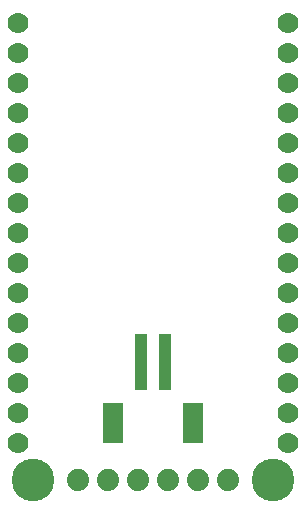
<source format=gbr>
G04 EAGLE Gerber RS-274X export*
G75*
%MOMM*%
%FSLAX34Y34*%
%LPD*%
%INSoldermask Bottom*%
%IPPOS*%
%AMOC8*
5,1,8,0,0,1.08239X$1,22.5*%
G01*
%ADD10C,3.617600*%
%ADD11C,1.879600*%
%ADD12C,1.778000*%
%ADD13R,1.101600X4.701600*%
%ADD14R,1.701600X3.501600*%


D10*
X25400Y25400D03*
X228600Y25400D03*
D11*
X63500Y25400D03*
X88900Y25400D03*
X114300Y25400D03*
X139700Y25400D03*
X165100Y25400D03*
X190500Y25400D03*
D12*
X241300Y412750D03*
X241300Y387350D03*
X241300Y361950D03*
X241300Y336550D03*
X241300Y311150D03*
X241300Y285750D03*
X241300Y260350D03*
X241300Y234950D03*
X241300Y209550D03*
X241300Y184150D03*
X241300Y158750D03*
X241300Y133350D03*
X241300Y107950D03*
X241300Y82550D03*
X241300Y57150D03*
X12700Y412750D03*
X12700Y387350D03*
X12700Y361950D03*
X12700Y336550D03*
X12700Y311150D03*
X12700Y285750D03*
X12700Y260350D03*
X12700Y234950D03*
X12700Y209550D03*
X12700Y184150D03*
X12700Y158750D03*
X12700Y133350D03*
X12700Y107950D03*
X12700Y82550D03*
X12700Y57150D03*
D13*
X117000Y125900D03*
X137000Y125900D03*
D14*
X93000Y73900D03*
X161000Y73900D03*
M02*

</source>
